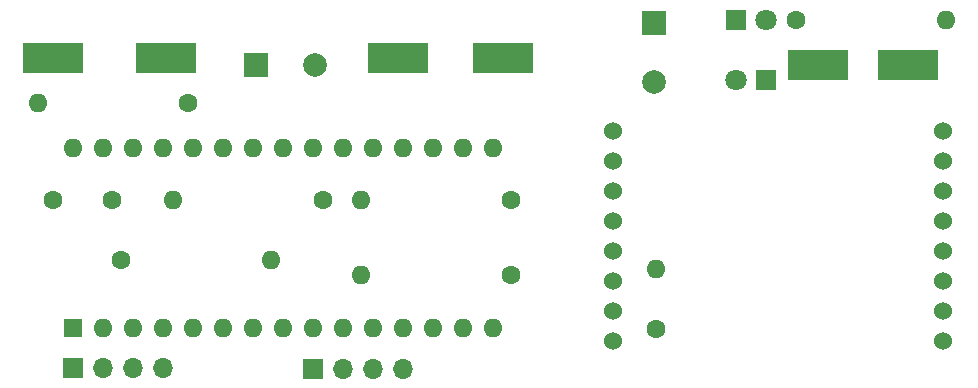
<source format=gts>
%TF.GenerationSoftware,KiCad,Pcbnew,6.0.11+dfsg-1*%
%TF.CreationDate,2024-03-12T04:01:45-04:00*%
%TF.ProjectId,pypilot-motor,70797069-6c6f-4742-9d6d-6f746f722e6b,rev?*%
%TF.SameCoordinates,Original*%
%TF.FileFunction,Soldermask,Top*%
%TF.FilePolarity,Negative*%
%FSLAX46Y46*%
G04 Gerber Fmt 4.6, Leading zero omitted, Abs format (unit mm)*
G04 Created by KiCad (PCBNEW 6.0.11+dfsg-1) date 2024-03-12 04:01:45*
%MOMM*%
%LPD*%
G01*
G04 APERTURE LIST*
%ADD10R,1.600000X1.600000*%
%ADD11O,1.600000X1.600000*%
%ADD12C,1.524000*%
%ADD13C,1.600000*%
%ADD14R,2.000000X2.000000*%
%ADD15C,2.000000*%
%ADD16R,2.540000X2.540000*%
%ADD17R,1.700000X1.700000*%
%ADD18O,1.700000X1.700000*%
%ADD19R,1.800000X1.800000*%
%ADD20C,1.800000*%
G04 APERTURE END LIST*
D10*
%TO.C,A3*%
X108950000Y-123880000D03*
D11*
X111490000Y-123880000D03*
X114030000Y-123880000D03*
X116570000Y-123880000D03*
X119110000Y-123880000D03*
X121650000Y-123880000D03*
X124190000Y-123880000D03*
X126730000Y-123880000D03*
X129270000Y-123880000D03*
X131810000Y-123880000D03*
X134350000Y-123880000D03*
X136890000Y-123880000D03*
X139430000Y-123880000D03*
X141970000Y-123880000D03*
X144510000Y-123880000D03*
X144510000Y-108640000D03*
X141970000Y-108640000D03*
X139430000Y-108640000D03*
X136890000Y-108640000D03*
X134350000Y-108640000D03*
X131810000Y-108640000D03*
X129270000Y-108640000D03*
X126730000Y-108640000D03*
X124190000Y-108640000D03*
X121650000Y-108640000D03*
X119110000Y-108640000D03*
X116570000Y-108640000D03*
X114030000Y-108640000D03*
X111490000Y-108640000D03*
X108950000Y-108640000D03*
%TD*%
D12*
%TO.C,A4*%
X182626000Y-124968000D03*
X182626000Y-122428000D03*
X182626000Y-119888000D03*
X182626000Y-117348000D03*
X182626000Y-114808000D03*
X182626000Y-112268000D03*
X182626000Y-109728000D03*
X182626000Y-107188000D03*
X154686000Y-107188000D03*
X154686000Y-109728000D03*
X154686000Y-112268000D03*
X154686000Y-114808000D03*
X154686000Y-117348000D03*
X154686000Y-119888000D03*
X154686000Y-122428000D03*
X154686000Y-124968000D03*
%TD*%
D13*
%TO.C,C7*%
X107315000Y-113030000D03*
X112315000Y-113030000D03*
%TD*%
D14*
%TO.C,C9*%
X158140400Y-98069400D03*
D15*
X158140400Y-103069400D03*
%TD*%
D16*
%TO.C,J4*%
X106045000Y-100965000D03*
X108585000Y-100965000D03*
%TD*%
%TO.C,J5*%
X115570000Y-100965000D03*
X118110000Y-100965000D03*
%TD*%
D17*
%TO.C,J7*%
X108966000Y-127254000D03*
D18*
X111506000Y-127254000D03*
X114046000Y-127254000D03*
X116586000Y-127254000D03*
%TD*%
D16*
%TO.C,J8*%
X173355000Y-101600000D03*
X170815000Y-101600000D03*
%TD*%
D17*
%TO.C,J9*%
X129286000Y-127304800D03*
D18*
X131826000Y-127304800D03*
X134366000Y-127304800D03*
X136906000Y-127304800D03*
%TD*%
D16*
%TO.C,J11*%
X180975000Y-101600000D03*
X178435000Y-101600000D03*
%TD*%
%TO.C,J12*%
X137795000Y-100965000D03*
X135255000Y-100965000D03*
%TD*%
%TO.C,J13*%
X146685000Y-100965000D03*
X144145000Y-100965000D03*
%TD*%
D13*
%TO.C,R3*%
X146050000Y-113030000D03*
D11*
X133350000Y-113030000D03*
%TD*%
D13*
%TO.C,R4*%
X113030000Y-118110000D03*
D11*
X125730000Y-118110000D03*
%TD*%
D13*
%TO.C,R5*%
X118745000Y-104775000D03*
D11*
X106045000Y-104775000D03*
%TD*%
D13*
%TO.C,R6*%
X130175000Y-113030000D03*
D11*
X117475000Y-113030000D03*
%TD*%
D13*
%TO.C,R9*%
X146050000Y-119380000D03*
D11*
X133350000Y-119380000D03*
%TD*%
D13*
%TO.C,TH1*%
X158318200Y-123926600D03*
D11*
X158318200Y-118846600D03*
%TD*%
D14*
%TO.C,C8*%
X124460000Y-101600000D03*
D15*
X129460000Y-101600000D03*
%TD*%
D19*
%TO.C,D2*%
X167640000Y-102870000D03*
D20*
X165100000Y-102870000D03*
%TD*%
D13*
%TO.C,R10*%
X170180000Y-97790000D03*
D11*
X182880000Y-97790000D03*
%TD*%
D19*
%TO.C,D3*%
X165100000Y-97790000D03*
D20*
X167640000Y-97790000D03*
%TD*%
M02*

</source>
